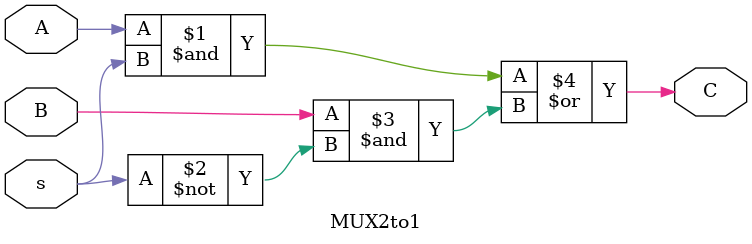
<source format=v>
`timescale 1ns / 1ps


module MUX2to1(input A, input B, output C, input s);
    assign C = ( (A& s) | (B&~s) );
endmodule

</source>
